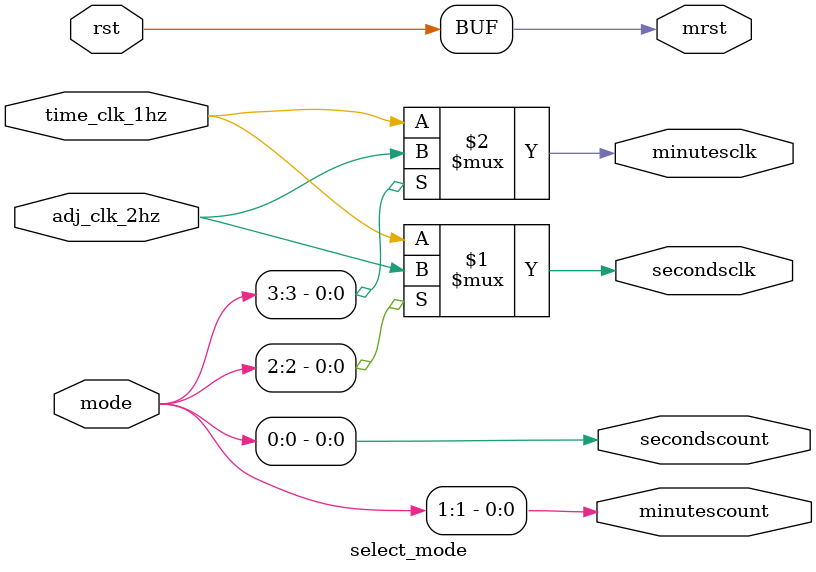
<source format=v>
`timescale 1ns / 1ps
module select_mode(
    input rst,
    input [3:0] mode,
    input adj_clk_2hz,
    input time_clk_1hz,
    output secondsclk,
    output minutesclk,
    output secondscount,
    output minutescount,
	 output mrst
    );

	 assign secondsclk = mode[2] ? adj_clk_2hz : time_clk_1hz;
	 assign minutesclk = mode[3] ? adj_clk_2hz : time_clk_1hz;
	 assign secondscount = mode[0];
	 assign minutescount = mode[1];
    assign mrst = rst;
endmodule

</source>
